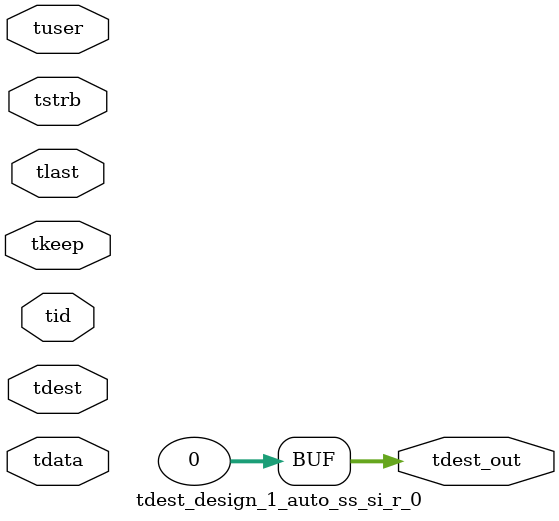
<source format=v>


`timescale 1ps/1ps

module tdest_design_1_auto_ss_si_r_0 #
(
parameter C_S_AXIS_TDATA_WIDTH = 32,
parameter C_S_AXIS_TUSER_WIDTH = 0,
parameter C_S_AXIS_TID_WIDTH   = 0,
parameter C_S_AXIS_TDEST_WIDTH = 0,
parameter C_M_AXIS_TDEST_WIDTH = 32
)
(
input  [(C_S_AXIS_TDATA_WIDTH == 0 ? 1 : C_S_AXIS_TDATA_WIDTH)-1:0     ] tdata,
input  [(C_S_AXIS_TUSER_WIDTH == 0 ? 1 : C_S_AXIS_TUSER_WIDTH)-1:0     ] tuser,
input  [(C_S_AXIS_TID_WIDTH   == 0 ? 1 : C_S_AXIS_TID_WIDTH)-1:0       ] tid,
input  [(C_S_AXIS_TDEST_WIDTH == 0 ? 1 : C_S_AXIS_TDEST_WIDTH)-1:0     ] tdest,
input  [(C_S_AXIS_TDATA_WIDTH/8)-1:0 ] tkeep,
input  [(C_S_AXIS_TDATA_WIDTH/8)-1:0 ] tstrb,
input                                                                    tlast,
output [C_M_AXIS_TDEST_WIDTH-1:0] tdest_out
);

assign tdest_out = {1'b0};

endmodule


</source>
